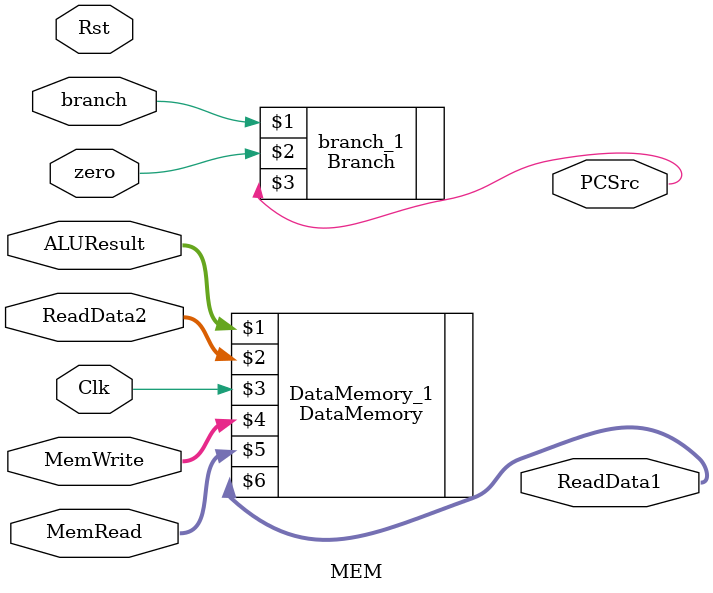
<source format=v>
`timescale 1ns / 1ps


module MEM(Rst, Clk, ALUResult, ReadData2, MemWrite, MemRead, ReadData1, branch, PCSrc, zero);
    input [31:0] ALUResult, ReadData2;
    input Clk, Rst, branch, zero;
    input [1:0] MemRead, MemWrite;
    
    output [31:0] ReadData1;
    output PCSrc;
    
    DataMemory DataMemory_1(ALUResult, ReadData2, Clk, MemWrite, MemRead, ReadData1);
    Branch branch_1(branch, zero, PCSrc);

endmodule

</source>
